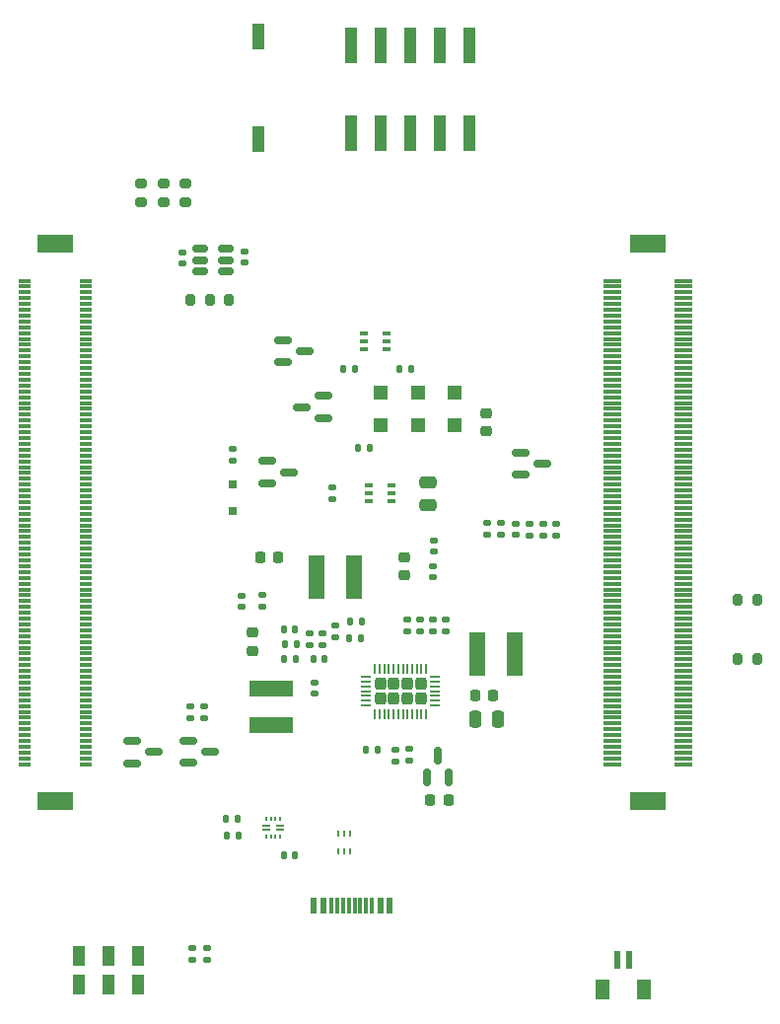
<source format=gbr>
%TF.GenerationSoftware,KiCad,Pcbnew,(6.0.7)*%
%TF.CreationDate,2022-08-29T18:43:20+02:00*%
%TF.ProjectId,UNIclicker,554e4963-6c69-4636-9b65-722e6b696361,rev?*%
%TF.SameCoordinates,Original*%
%TF.FileFunction,Paste,Top*%
%TF.FilePolarity,Positive*%
%FSLAX46Y46*%
G04 Gerber Fmt 4.6, Leading zero omitted, Abs format (unit mm)*
G04 Created by KiCad (PCBNEW (6.0.7)) date 2022-08-29 18:43:20*
%MOMM*%
%LPD*%
G01*
G04 APERTURE LIST*
G04 Aperture macros list*
%AMRoundRect*
0 Rectangle with rounded corners*
0 $1 Rounding radius*
0 $2 $3 $4 $5 $6 $7 $8 $9 X,Y pos of 4 corners*
0 Add a 4 corners polygon primitive as box body*
4,1,4,$2,$3,$4,$5,$6,$7,$8,$9,$2,$3,0*
0 Add four circle primitives for the rounded corners*
1,1,$1+$1,$2,$3*
1,1,$1+$1,$4,$5*
1,1,$1+$1,$6,$7*
1,1,$1+$1,$8,$9*
0 Add four rect primitives between the rounded corners*
20,1,$1+$1,$2,$3,$4,$5,0*
20,1,$1+$1,$4,$5,$6,$7,0*
20,1,$1+$1,$6,$7,$8,$9,0*
20,1,$1+$1,$8,$9,$2,$3,0*%
G04 Aperture macros list end*
%ADD10RoundRect,0.150000X0.150000X-0.587500X0.150000X0.587500X-0.150000X0.587500X-0.150000X-0.587500X0*%
%ADD11RoundRect,0.140000X0.170000X-0.140000X0.170000X0.140000X-0.170000X0.140000X-0.170000X-0.140000X0*%
%ADD12RoundRect,0.135000X-0.185000X0.135000X-0.185000X-0.135000X0.185000X-0.135000X0.185000X0.135000X0*%
%ADD13RoundRect,0.150000X0.587500X0.150000X-0.587500X0.150000X-0.587500X-0.150000X0.587500X-0.150000X0*%
%ADD14RoundRect,0.150000X-0.587500X-0.150000X0.587500X-0.150000X0.587500X0.150000X-0.587500X0.150000X0*%
%ADD15RoundRect,0.140000X-0.170000X0.140000X-0.170000X-0.140000X0.170000X-0.140000X0.170000X0.140000X0*%
%ADD16RoundRect,0.135000X0.185000X-0.135000X0.185000X0.135000X-0.185000X0.135000X-0.185000X-0.135000X0*%
%ADD17RoundRect,0.135000X-0.135000X-0.185000X0.135000X-0.185000X0.135000X0.185000X-0.135000X0.185000X0*%
%ADD18RoundRect,0.135000X0.135000X0.185000X-0.135000X0.185000X-0.135000X-0.185000X0.135000X-0.185000X0*%
%ADD19RoundRect,0.225000X-0.225000X-0.250000X0.225000X-0.250000X0.225000X0.250000X-0.225000X0.250000X0*%
%ADD20RoundRect,0.200000X0.275000X-0.200000X0.275000X0.200000X-0.275000X0.200000X-0.275000X-0.200000X0*%
%ADD21R,0.254000X0.508000*%
%ADD22RoundRect,0.140000X0.140000X0.170000X-0.140000X0.170000X-0.140000X-0.170000X0.140000X-0.170000X0*%
%ADD23R,1.200000X1.200000*%
%ADD24RoundRect,0.200000X-0.200000X-0.275000X0.200000X-0.275000X0.200000X0.275000X-0.200000X0.275000X0*%
%ADD25R,0.800000X0.800000*%
%ADD26R,0.650000X0.400000*%
%ADD27RoundRect,0.235000X-0.235000X0.300000X-0.235000X-0.300000X0.235000X-0.300000X0.235000X0.300000X0*%
%ADD28RoundRect,0.050000X-0.050000X0.375000X-0.050000X-0.375000X0.050000X-0.375000X0.050000X0.375000X0*%
%ADD29RoundRect,0.050000X-0.375000X0.050000X-0.375000X-0.050000X0.375000X-0.050000X0.375000X0.050000X0*%
%ADD30R,1.000000X3.150000*%
%ADD31R,3.100000X1.600000*%
%ADD32R,1.100000X0.300000*%
%ADD33R,0.600000X1.450000*%
%ADD34R,0.300000X1.450000*%
%ADD35R,0.600000X1.550000*%
%ADD36R,1.200000X1.800000*%
%ADD37R,1.600000X0.300000*%
%ADD38R,1.397000X3.810000*%
%ADD39R,1.120000X2.200000*%
%ADD40RoundRect,0.250000X-0.250000X-0.475000X0.250000X-0.475000X0.250000X0.475000X-0.250000X0.475000X0*%
%ADD41RoundRect,0.140000X-0.140000X-0.170000X0.140000X-0.170000X0.140000X0.170000X-0.140000X0.170000X0*%
%ADD42RoundRect,0.250000X-0.475000X0.250000X-0.475000X-0.250000X0.475000X-0.250000X0.475000X0.250000X0*%
%ADD43RoundRect,0.200000X-0.275000X0.200000X-0.275000X-0.200000X0.275000X-0.200000X0.275000X0.200000X0*%
%ADD44RoundRect,0.150000X-0.512500X-0.150000X0.512500X-0.150000X0.512500X0.150000X-0.512500X0.150000X0*%
%ADD45RoundRect,0.225000X-0.250000X0.225000X-0.250000X-0.225000X0.250000X-0.225000X0.250000X0.225000X0*%
%ADD46RoundRect,0.225000X0.250000X-0.225000X0.250000X0.225000X-0.250000X0.225000X-0.250000X-0.225000X0*%
%ADD47R,0.660000X0.180000*%
%ADD48R,0.180000X0.410000*%
%ADD49RoundRect,0.225000X0.225000X0.250000X-0.225000X0.250000X-0.225000X-0.250000X0.225000X-0.250000X0*%
%ADD50R,1.016000X1.651000*%
%ADD51R,3.810000X1.397000*%
G04 APERTURE END LIST*
D10*
%TO.C,M2*%
X63950000Y-80112500D03*
X65850000Y-80112500D03*
X64900000Y-78237500D03*
%TD*%
D11*
%TO.C,C28*%
X64525000Y-60730000D03*
X64525000Y-59770000D03*
%TD*%
D12*
%TO.C,R14*%
X72800000Y-58330000D03*
X72800000Y-59350000D03*
%TD*%
D13*
%TO.C,Q5*%
X55112500Y-49300000D03*
X55112500Y-47400000D03*
X53237500Y-48350000D03*
%TD*%
D14*
%TO.C,Q7*%
X43462500Y-76975000D03*
X43462500Y-78875000D03*
X45337500Y-77925000D03*
%TD*%
D15*
%TO.C,C33*%
X71575000Y-58335000D03*
X71575000Y-59295000D03*
%TD*%
D16*
%TO.C,R27*%
X56125000Y-68135000D03*
X56125000Y-67115000D03*
%TD*%
D15*
%TO.C,C19*%
X54275000Y-71995000D03*
X54275000Y-72955000D03*
%TD*%
D17*
%TO.C,R50*%
X61615000Y-45075000D03*
X62635000Y-45075000D03*
%TD*%
D18*
%TO.C,R33*%
X47735000Y-83725000D03*
X46715000Y-83725000D03*
%TD*%
D19*
%TO.C,C36*%
X64250000Y-82050000D03*
X65800000Y-82050000D03*
%TD*%
D20*
%TO.C,JP1*%
X39400000Y-30775000D03*
X39400000Y-29125000D03*
%TD*%
D11*
%TO.C,C55*%
X64475000Y-67580000D03*
X64475000Y-66620000D03*
%TD*%
D21*
%TO.C,D1*%
X56350000Y-86475000D03*
X56850000Y-86475000D03*
X57350000Y-86475000D03*
X57350000Y-84975000D03*
X56850000Y-84975000D03*
X56350000Y-84975000D03*
%TD*%
D22*
%TO.C,C29*%
X58360000Y-66775000D03*
X57400000Y-66775000D03*
%TD*%
D15*
%TO.C,C27*%
X64500000Y-61995000D03*
X64500000Y-62955000D03*
%TD*%
D16*
%TO.C,R22*%
X55025000Y-68810000D03*
X55025000Y-67790000D03*
%TD*%
D23*
%TO.C,D2*%
X66300000Y-49900000D03*
X66300000Y-47100000D03*
%TD*%
D18*
%TO.C,R26*%
X58315000Y-68200000D03*
X57295000Y-68200000D03*
%TD*%
D24*
%TO.C,JP6*%
X90650000Y-70000000D03*
X92300000Y-70000000D03*
%TD*%
D12*
%TO.C,R12*%
X75075000Y-58330000D03*
X75075000Y-59350000D03*
%TD*%
D23*
%TO.C,D3*%
X63175000Y-47125000D03*
X63175000Y-49925000D03*
%TD*%
D16*
%TO.C,R13*%
X73950000Y-59350000D03*
X73950000Y-58330000D03*
%TD*%
D25*
%TO.C,DZ2*%
X47250000Y-55000000D03*
X47250000Y-57250000D03*
%TD*%
D26*
%TO.C,Q2*%
X59000000Y-55100000D03*
X59000000Y-55750000D03*
X59000000Y-56400000D03*
X60900000Y-56400000D03*
X60900000Y-55750000D03*
X60900000Y-55100000D03*
%TD*%
%TO.C,Q3*%
X58575000Y-42050000D03*
X58575000Y-42700000D03*
X58575000Y-43350000D03*
X60475000Y-43350000D03*
X60475000Y-42700000D03*
X60475000Y-42050000D03*
%TD*%
D14*
%TO.C,Q8*%
X38612500Y-77000000D03*
X38612500Y-78900000D03*
X40487500Y-77950000D03*
%TD*%
%TO.C,M1*%
X72012500Y-52250000D03*
X72012500Y-54150000D03*
X73887500Y-53200000D03*
%TD*%
D12*
%TO.C,R49*%
X55875000Y-55240000D03*
X55875000Y-56260000D03*
%TD*%
D15*
%TO.C,C2*%
X48275000Y-34995000D03*
X48275000Y-35955000D03*
%TD*%
D27*
%TO.C,U2*%
X63440000Y-73385000D03*
X59960000Y-73385000D03*
X62280000Y-73385000D03*
X62280000Y-72065000D03*
X61120000Y-72065000D03*
X63440000Y-72065000D03*
X59960000Y-72065000D03*
X61120000Y-73385000D03*
D28*
X63900000Y-70775000D03*
X63500000Y-70775000D03*
X63100000Y-70775000D03*
X62700000Y-70775000D03*
X62300000Y-70775000D03*
X61900000Y-70775000D03*
X61500000Y-70775000D03*
X61100000Y-70775000D03*
X60700000Y-70775000D03*
X60300000Y-70775000D03*
X59900000Y-70775000D03*
X59500000Y-70775000D03*
D29*
X58750000Y-71525000D03*
X58750000Y-71925000D03*
X58750000Y-72325000D03*
X58750000Y-72725000D03*
X58750000Y-73125000D03*
X58750000Y-73525000D03*
X58750000Y-73925000D03*
D28*
X59500000Y-74675000D03*
X59900000Y-74675000D03*
X60300000Y-74675000D03*
X60700000Y-74675000D03*
X61100000Y-74675000D03*
X61500000Y-74675000D03*
X61900000Y-74675000D03*
X62300000Y-74675000D03*
X62700000Y-74675000D03*
X63100000Y-74675000D03*
X63500000Y-74675000D03*
X63900000Y-74675000D03*
D29*
X64650000Y-73925000D03*
X64650000Y-73525000D03*
X64650000Y-73125000D03*
X64650000Y-72725000D03*
X64650000Y-72325000D03*
X64650000Y-71925000D03*
X64650000Y-71525000D03*
%TD*%
D24*
%TO.C,JP4*%
X43650000Y-39125000D03*
X45300000Y-39125000D03*
X46950000Y-39125000D03*
%TD*%
D16*
%TO.C,R20*%
X65550000Y-67635000D03*
X65550000Y-66615000D03*
%TD*%
D14*
%TO.C,Q4*%
X51587500Y-42600000D03*
X51587500Y-44500000D03*
X53462500Y-43550000D03*
%TD*%
D30*
%TO.C,J10*%
X57470000Y-24825000D03*
X57470000Y-17325000D03*
X60010000Y-24825000D03*
X60010000Y-17325000D03*
X62550000Y-24825000D03*
X62550000Y-17325000D03*
X65090000Y-24825000D03*
X65090000Y-17325000D03*
X67630000Y-24825000D03*
X67630000Y-17325000D03*
%TD*%
D31*
%TO.C,CN1*%
X32053000Y-82200000D03*
X32053000Y-34300000D03*
D32*
X34653000Y-37500000D03*
X34653000Y-38000000D03*
X34653000Y-38500000D03*
X34653000Y-39000000D03*
X34653000Y-39500000D03*
X34653000Y-40000000D03*
X34653000Y-40500000D03*
X34653000Y-41000000D03*
X34653000Y-41500000D03*
X34653000Y-42000000D03*
X34653000Y-42500000D03*
X34653000Y-43000000D03*
X34653000Y-43500000D03*
X34653000Y-44000000D03*
X34653000Y-44500000D03*
X34653000Y-45000000D03*
X34653000Y-45500000D03*
X34653000Y-46000000D03*
X34653000Y-46500000D03*
X34653000Y-47000000D03*
X34653000Y-47500000D03*
X34653000Y-48000000D03*
X34653000Y-48500000D03*
X34653000Y-49000000D03*
X34653000Y-49500000D03*
X34653000Y-50000000D03*
X34653000Y-50500000D03*
X34653000Y-51000000D03*
X34653000Y-51500000D03*
X34653000Y-52000000D03*
X34653000Y-52500000D03*
X34653000Y-53000000D03*
X34653000Y-53500000D03*
X34653000Y-54000000D03*
X34653000Y-54500000D03*
X34653000Y-55000000D03*
X34653000Y-55500000D03*
X34653000Y-56000000D03*
X34653000Y-56500000D03*
X34653000Y-57000000D03*
X34653000Y-57500000D03*
X34653000Y-58000000D03*
X34653000Y-58500000D03*
X34653000Y-59000000D03*
X34653000Y-59500000D03*
X34653000Y-60000000D03*
X34653000Y-60500000D03*
X34653000Y-61000000D03*
X34653000Y-61500000D03*
X34653000Y-62000000D03*
X34653000Y-62500000D03*
X34653000Y-63000000D03*
X34653000Y-63500000D03*
X34653000Y-64000000D03*
X34653000Y-64500000D03*
X34653000Y-65000000D03*
X34653000Y-65500000D03*
X34653000Y-66000000D03*
X34653000Y-66500000D03*
X34653000Y-67000000D03*
X34653000Y-67500000D03*
X34653000Y-68000000D03*
X34653000Y-68500000D03*
X34653000Y-69000000D03*
X34653000Y-69500000D03*
X34653000Y-70000000D03*
X34653000Y-70500000D03*
X34653000Y-71000000D03*
X34653000Y-71500000D03*
X34653000Y-72000000D03*
X34653000Y-72500000D03*
X34653000Y-73000000D03*
X34653000Y-73500000D03*
X34653000Y-74000000D03*
X34653000Y-74500000D03*
X34653000Y-75000000D03*
X34653000Y-75500000D03*
X34653000Y-76000000D03*
X34653000Y-76500000D03*
X34653000Y-77000000D03*
X34653000Y-77500000D03*
X34653000Y-78000000D03*
X34653000Y-78500000D03*
X34653000Y-79000000D03*
X29453000Y-79000000D03*
X29453000Y-78500000D03*
X29453000Y-78000000D03*
X29453000Y-77500000D03*
X29453000Y-77000000D03*
X29453000Y-76500000D03*
X29453000Y-76000000D03*
X29453000Y-75500000D03*
X29453000Y-75000000D03*
X29453000Y-74500000D03*
X29453000Y-74000000D03*
X29453000Y-73500000D03*
X29453000Y-73000000D03*
X29453000Y-72500000D03*
X29453000Y-72000000D03*
X29453000Y-71500000D03*
X29453000Y-71000000D03*
X29453000Y-70500000D03*
X29453000Y-70000000D03*
X29453000Y-69500000D03*
X29453000Y-69000000D03*
X29453000Y-68500000D03*
X29453000Y-68000000D03*
X29453000Y-67500000D03*
X29453000Y-67000000D03*
X29453000Y-66500000D03*
X29453000Y-66000000D03*
X29453000Y-65500000D03*
X29453000Y-65000000D03*
X29453000Y-64500000D03*
X29453000Y-64000000D03*
X29453000Y-63500000D03*
X29453000Y-63000000D03*
X29453000Y-62500000D03*
X29453000Y-62000000D03*
X29453000Y-61500000D03*
X29453000Y-61000000D03*
X29453000Y-60500000D03*
X29453000Y-60000000D03*
X29453000Y-59500000D03*
X29453000Y-59000000D03*
X29453000Y-58500000D03*
X29453000Y-58000000D03*
X29453000Y-57500000D03*
X29453000Y-57000000D03*
X29453000Y-56500000D03*
X29453000Y-56000000D03*
X29453000Y-55500000D03*
X29453000Y-55000000D03*
X29453000Y-54500000D03*
X29453000Y-54000000D03*
X29453000Y-53500000D03*
X29453000Y-53000000D03*
X29453000Y-52500000D03*
X29453000Y-52000000D03*
X29453000Y-51500000D03*
X29453000Y-51000000D03*
X29453000Y-50500000D03*
X29453000Y-50000000D03*
X29453000Y-49500000D03*
X29453000Y-49000000D03*
X29453000Y-48500000D03*
X29453000Y-48000000D03*
X29453000Y-47500000D03*
X29453000Y-47000000D03*
X29453000Y-46500000D03*
X29453000Y-46000000D03*
X29453000Y-45500000D03*
X29453000Y-45000000D03*
X29453000Y-44500000D03*
X29453000Y-44000000D03*
X29453000Y-43500000D03*
X29453000Y-43000000D03*
X29453000Y-42500000D03*
X29453000Y-42000000D03*
X29453000Y-41500000D03*
X29453000Y-41000000D03*
X29453000Y-40500000D03*
X29453000Y-40000000D03*
X29453000Y-39500000D03*
X29453000Y-39000000D03*
X29453000Y-38500000D03*
X29453000Y-38000000D03*
X29453000Y-37500000D03*
%TD*%
D16*
%TO.C,R11*%
X69100000Y-59300000D03*
X69100000Y-58280000D03*
%TD*%
D12*
%TO.C,R16*%
X62475000Y-77690000D03*
X62475000Y-78710000D03*
%TD*%
%TO.C,R19*%
X53900000Y-67765000D03*
X53900000Y-68785000D03*
%TD*%
%TO.C,R40*%
X44875000Y-74040000D03*
X44875000Y-75060000D03*
%TD*%
D33*
%TO.C,CN3*%
X54250000Y-91155000D03*
X55050000Y-91155000D03*
D34*
X56250000Y-91155000D03*
X57250000Y-91155000D03*
X57750000Y-91155000D03*
X58750000Y-91155000D03*
D33*
X59950000Y-91155000D03*
X60750000Y-91155000D03*
X60750000Y-91155000D03*
X59950000Y-91155000D03*
D34*
X59250000Y-91155000D03*
X58250000Y-91155000D03*
X56750000Y-91155000D03*
X55750000Y-91155000D03*
D33*
X55050000Y-91155000D03*
X54250000Y-91155000D03*
%TD*%
D15*
%TO.C,C5*%
X49800000Y-64495000D03*
X49800000Y-65455000D03*
%TD*%
D35*
%TO.C,J1*%
X81325000Y-95775000D03*
X80325000Y-95775000D03*
D36*
X82625000Y-98300000D03*
X79025000Y-98300000D03*
%TD*%
D22*
%TO.C,C20*%
X59705000Y-77750000D03*
X58745000Y-77750000D03*
%TD*%
D31*
%TO.C,CN2*%
X82930000Y-82200000D03*
X82930000Y-34300000D03*
D37*
X79880000Y-37500000D03*
X79880000Y-38000000D03*
X79880000Y-38500000D03*
X79880000Y-39000000D03*
X79880000Y-39500000D03*
X79880000Y-40000000D03*
X79880000Y-40500000D03*
X79880000Y-41000000D03*
X79880000Y-41500000D03*
X79880000Y-42000000D03*
X79880000Y-42500000D03*
X79880000Y-43000000D03*
X79880000Y-43500000D03*
X79880000Y-44000000D03*
X79880000Y-44500000D03*
X79880000Y-45000000D03*
X79880000Y-45500000D03*
X79880000Y-46000000D03*
X79880000Y-46500000D03*
X79880000Y-47000000D03*
X79880000Y-47500000D03*
X79880000Y-48000000D03*
X79880000Y-48500000D03*
X79880000Y-49000000D03*
X79880000Y-49500000D03*
X79880000Y-50000000D03*
X79880000Y-50500000D03*
X79880000Y-51000000D03*
X79880000Y-51500000D03*
X79880000Y-52000000D03*
X79880000Y-52500000D03*
X79880000Y-53000000D03*
X79880000Y-53500000D03*
X79880000Y-54000000D03*
X79880000Y-54500000D03*
X79880000Y-55000000D03*
X79880000Y-55500000D03*
X79880000Y-56000000D03*
X79880000Y-56500000D03*
X79880000Y-57000000D03*
X79880000Y-57500000D03*
X79880000Y-58000000D03*
X79880000Y-58500000D03*
X79880000Y-59000000D03*
X79880000Y-59500000D03*
X79880000Y-60000000D03*
X79880000Y-60500000D03*
X79880000Y-61000000D03*
X79880000Y-61500000D03*
X79880000Y-62000000D03*
X79880000Y-62500000D03*
X79880000Y-63000000D03*
X79880000Y-63500000D03*
X79880000Y-64000000D03*
X79880000Y-64500000D03*
X79880000Y-65000000D03*
X79880000Y-65500000D03*
X79880000Y-66000000D03*
X79880000Y-66500000D03*
X79880000Y-67000000D03*
X79880000Y-67500000D03*
X79880000Y-68000000D03*
X79880000Y-68500000D03*
X79880000Y-69000000D03*
X79880000Y-69500000D03*
X79880000Y-70000000D03*
X79880000Y-70500000D03*
X79880000Y-71000000D03*
X79880000Y-71500000D03*
X79880000Y-72000000D03*
X79880000Y-72500000D03*
X79880000Y-73000000D03*
X79880000Y-73500000D03*
X79880000Y-74000000D03*
X79880000Y-74500000D03*
X79880000Y-75000000D03*
X79880000Y-75500000D03*
X79880000Y-76000000D03*
X79880000Y-76500000D03*
X79880000Y-77000000D03*
X79880000Y-77500000D03*
X79880000Y-78000000D03*
X79880000Y-78500000D03*
X79880000Y-79000000D03*
X85980000Y-79000000D03*
X85980000Y-78500000D03*
X85980000Y-78000000D03*
X85980000Y-77500000D03*
X85980000Y-77000000D03*
X85980000Y-76500000D03*
X85980000Y-76000000D03*
X85980000Y-75500000D03*
X85980000Y-75000000D03*
X85980000Y-74500000D03*
X85980000Y-74000000D03*
X85980000Y-73500000D03*
X85980000Y-73000000D03*
X85980000Y-72500000D03*
X85980000Y-72000000D03*
X85980000Y-71500000D03*
X85980000Y-71000000D03*
X85980000Y-70500000D03*
X85980000Y-70000000D03*
X85980000Y-69500000D03*
X85980000Y-69000000D03*
X85980000Y-68500000D03*
X85980000Y-68000000D03*
X85980000Y-67500000D03*
X85980000Y-67000000D03*
X85980000Y-66500000D03*
X85980000Y-66000000D03*
X85980000Y-65500000D03*
X85980000Y-65000000D03*
X85980000Y-64500000D03*
X85980000Y-64000000D03*
X85980000Y-63500000D03*
X85980000Y-63000000D03*
X85980000Y-62500000D03*
X85980000Y-62000000D03*
X85980000Y-61500000D03*
X85980000Y-61000000D03*
X85980000Y-60500000D03*
X85980000Y-60000000D03*
X85980000Y-59500000D03*
X85980000Y-59000000D03*
X85980000Y-58500000D03*
X85980000Y-58000000D03*
X85980000Y-57500000D03*
X85980000Y-57000000D03*
X85980000Y-56500000D03*
X85980000Y-56000000D03*
X85980000Y-55500000D03*
X85980000Y-55000000D03*
X85980000Y-54500000D03*
X85980000Y-54000000D03*
X85980000Y-53500000D03*
X85980000Y-53000000D03*
X85980000Y-52500000D03*
X85980000Y-52000000D03*
X85980000Y-51500000D03*
X85980000Y-51000000D03*
X85980000Y-50500000D03*
X85980000Y-50000000D03*
X85980000Y-49500000D03*
X85980000Y-49000000D03*
X85980000Y-48500000D03*
X85980000Y-48000000D03*
X85980000Y-47500000D03*
X85980000Y-47000000D03*
X85980000Y-46500000D03*
X85980000Y-46000000D03*
X85980000Y-45500000D03*
X85980000Y-45000000D03*
X85980000Y-44500000D03*
X85980000Y-44000000D03*
X85980000Y-43500000D03*
X85980000Y-43000000D03*
X85980000Y-42500000D03*
X85980000Y-42000000D03*
X85980000Y-41500000D03*
X85980000Y-41000000D03*
X85980000Y-40500000D03*
X85980000Y-40000000D03*
X85980000Y-39500000D03*
X85980000Y-39000000D03*
X85980000Y-38500000D03*
X85980000Y-38000000D03*
X85980000Y-37500000D03*
%TD*%
D15*
%TO.C,C16*%
X48075000Y-64520000D03*
X48075000Y-65480000D03*
%TD*%
D18*
%TO.C,R51*%
X57785000Y-45075000D03*
X56765000Y-45075000D03*
%TD*%
D38*
%TO.C,L3*%
X57725000Y-62900000D03*
X54525000Y-62900000D03*
%TD*%
D39*
%TO.C,SW1*%
X49475000Y-25375000D03*
X49475000Y-16575000D03*
%TD*%
D40*
%TO.C,C22*%
X68150000Y-75150000D03*
X70050000Y-75150000D03*
%TD*%
D12*
%TO.C,R10*%
X70325000Y-58280000D03*
X70325000Y-59300000D03*
%TD*%
D16*
%TO.C,R53*%
X47250000Y-52985000D03*
X47250000Y-51965000D03*
%TD*%
D20*
%TO.C,JP3*%
X43200000Y-30775000D03*
X43200000Y-29125000D03*
%TD*%
D41*
%TO.C,C24*%
X51795000Y-68700000D03*
X52755000Y-68700000D03*
%TD*%
D42*
%TO.C,C88*%
X64025000Y-54850000D03*
X64025000Y-56750000D03*
%TD*%
D43*
%TO.C,JP2*%
X41325000Y-29125000D03*
X41325000Y-30775000D03*
%TD*%
D44*
%TO.C,U3*%
X44462500Y-34775000D03*
X44462500Y-35725000D03*
X44462500Y-36675000D03*
X46737500Y-36675000D03*
X46737500Y-35725000D03*
X46737500Y-34775000D03*
%TD*%
D45*
%TO.C,C49*%
X49000000Y-67700000D03*
X49000000Y-69250000D03*
%TD*%
D46*
%TO.C,C40*%
X69075000Y-50425000D03*
X69075000Y-48875000D03*
%TD*%
D47*
%TO.C,U7*%
X51350000Y-84650000D03*
X51350000Y-84250000D03*
D48*
X51350000Y-83725000D03*
X50950000Y-83725000D03*
X50550000Y-83725000D03*
X50150000Y-83725000D03*
D47*
X50150000Y-84250000D03*
X50150000Y-84650000D03*
D48*
X50150000Y-85175000D03*
X50550000Y-85175000D03*
X50950000Y-85175000D03*
X51350000Y-85175000D03*
%TD*%
D16*
%TO.C,R17*%
X45050000Y-95785000D03*
X45050000Y-94765000D03*
%TD*%
D41*
%TO.C,C41*%
X51670000Y-86850000D03*
X52630000Y-86850000D03*
%TD*%
D38*
%TO.C,L1*%
X71475000Y-69575000D03*
X68275000Y-69575000D03*
%TD*%
D17*
%TO.C,R36*%
X46740000Y-85125000D03*
X47760000Y-85125000D03*
%TD*%
D24*
%TO.C,JP5*%
X90650000Y-64925000D03*
X92300000Y-64925000D03*
%TD*%
D41*
%TO.C,C23*%
X54220000Y-69975000D03*
X55180000Y-69975000D03*
%TD*%
D49*
%TO.C,C32*%
X51225000Y-61250000D03*
X49675000Y-61250000D03*
%TD*%
D15*
%TO.C,C25*%
X63400000Y-66620000D03*
X63400000Y-67580000D03*
%TD*%
D46*
%TO.C,C30*%
X62000000Y-62800000D03*
X62000000Y-61250000D03*
%TD*%
D15*
%TO.C,C1*%
X42975000Y-35095000D03*
X42975000Y-36055000D03*
%TD*%
D12*
%TO.C,R18*%
X61275000Y-77715000D03*
X61275000Y-78735000D03*
%TD*%
%TO.C,R41*%
X43675000Y-74065000D03*
X43675000Y-75085000D03*
%TD*%
D23*
%TO.C,D4*%
X60000000Y-49875000D03*
X60000000Y-47075000D03*
%TD*%
D18*
%TO.C,R52*%
X59085000Y-51875000D03*
X58065000Y-51875000D03*
%TD*%
D50*
%TO.C,SW2*%
X39190000Y-97875000D03*
X36650000Y-97875000D03*
X34110000Y-97875000D03*
X39190000Y-95475000D03*
X36650000Y-95475000D03*
X34110000Y-95475000D03*
%TD*%
D18*
%TO.C,R21*%
X52710000Y-69950000D03*
X51690000Y-69950000D03*
%TD*%
D11*
%TO.C,C18*%
X43800000Y-95755000D03*
X43800000Y-94795000D03*
%TD*%
D19*
%TO.C,C31*%
X68125000Y-73125000D03*
X69675000Y-73125000D03*
%TD*%
D51*
%TO.C,L2*%
X50600000Y-72475000D03*
X50600000Y-75675000D03*
%TD*%
D12*
%TO.C,R23*%
X62300000Y-66615000D03*
X62300000Y-67635000D03*
%TD*%
D14*
%TO.C,Q6*%
X50262500Y-52975000D03*
X50262500Y-54875000D03*
X52137500Y-53925000D03*
%TD*%
D41*
%TO.C,C21*%
X51670000Y-67450000D03*
X52630000Y-67450000D03*
%TD*%
M02*

</source>
